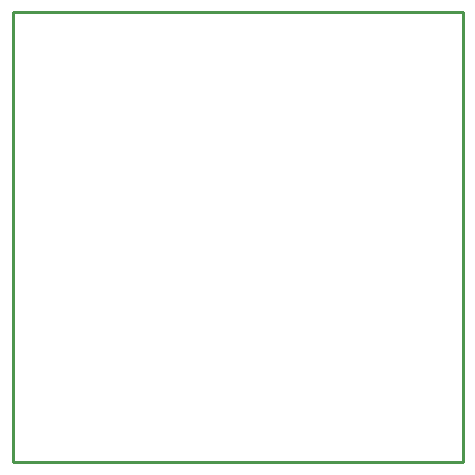
<source format=gm1>
G04*
G04 #@! TF.GenerationSoftware,Altium Limited,Altium Designer,20.0.14 (345)*
G04*
G04 Layer_Color=16711935*
%FSLAX25Y25*%
%MOIN*%
G70*
G01*
G75*
%ADD10C,0.01000*%
D10*
X0Y0D02*
X150000D01*
Y150000D01*
X0D02*
X150000D01*
X0Y0D02*
Y150000D01*
M02*

</source>
